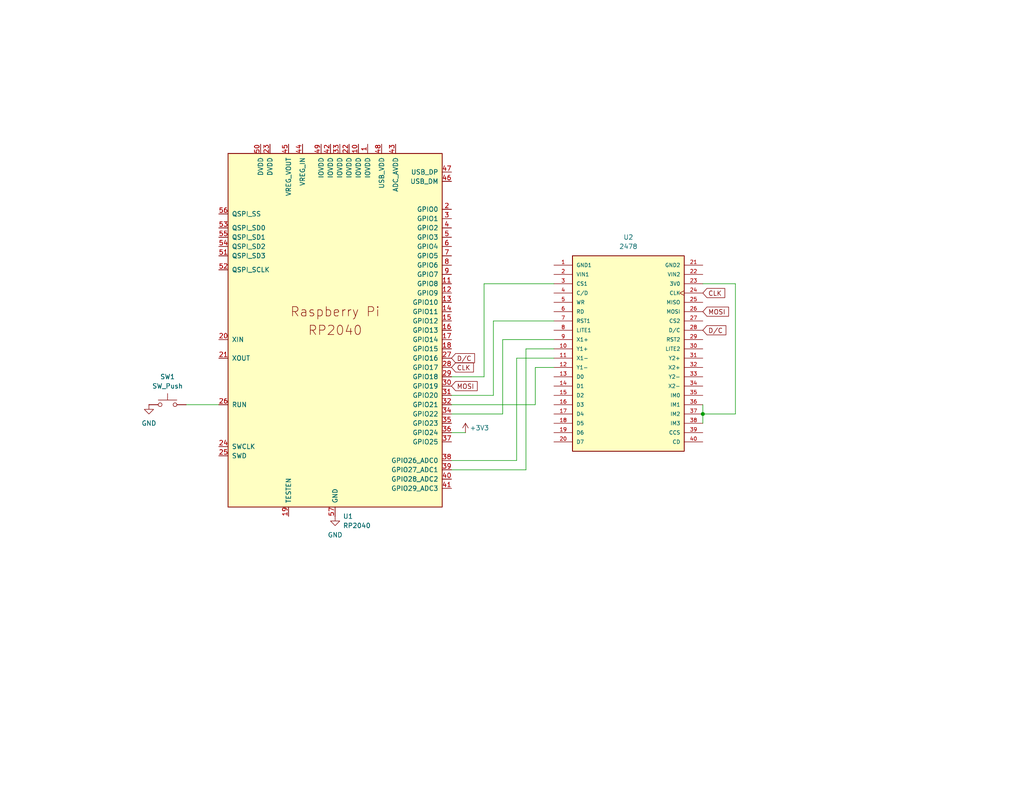
<source format=kicad_sch>
(kicad_sch (version 20250114) (generator "eeschema") (generator_version "9.0")
  (paper "A")
  (title_block (title "Lab 4 Schematic - Pico and LCD Touchscreen") (company "Lafayette College") (comment 1 "By Robin Stopford and Sean McLoughlin"))
  (lib_symbols
    (symbol "2478:2478" (pin_names (offset 1.016))
      (property "Reference" "U" (at -15.2631 28.6183 0))
      (property "Value" "2478" (at -15.262 -27.9803 0))
      (symbol "2478_0_0"
        (rectangle (start -15.24 -25.4) (end 15.24 27.94) (stroke (width 0.254)) (fill (type background)))
        (pin power_in line (at -20.32 25.4 0) (length 5.08) (name "GND1") (number "1"))
        (pin power_in line (at -20.32 22.86 0) (length 5.08) (name "VIN1") (number "2"))
        (pin input line (at -20.32 20.32 0) (length 5.08) (name "CS1") (number "3"))
        (pin input line (at -20.32 17.78 0) (length 5.08) (name "C/D") (number "4"))
        (pin input line (at -20.32 15.24 0) (length 5.08) (name "WR") (number "5"))
        (pin input line (at -20.32 12.7 0) (length 5.08) (name "RD") (number "6"))
        (pin input line (at -20.32 10.16 0) (length 5.08) (name "RST1") (number "7"))
        (pin input line (at -20.32 7.62 0) (length 5.08) (name "LITE1") (number "8"))
        (pin output line (at -20.32 5.08 0) (length 5.08) (name "X1+") (number "9"))
        (pin output line (at -20.32 2.54 0) (length 5.08) (name "Y1+") (number "10"))
        (pin output line (at -20.32 0 0) (length 5.08) (name "X1-") (number "11"))
        (pin output line (at -20.32 -2.54 0) (length 5.08) (name "Y1-") (number "12"))
        (pin bidirectional line (at -20.32 -5.08 0) (length 5.08) (name "D0") (number "13"))
        (pin bidirectional line (at -20.32 -7.62 0) (length 5.08) (name "D1") (number "14"))
        (pin bidirectional line (at -20.32 -10.16 0) (length 5.08) (name "D2") (number "15"))
        (pin bidirectional line (at -20.32 -12.7 0) (length 5.08) (name "D3") (number "16"))
        (pin bidirectional line (at -20.32 -15.24 0) (length 5.08) (name "D4") (number "17"))
        (pin bidirectional line (at -20.32 -17.78 0) (length 5.08) (name "D5") (number "18"))
        (pin bidirectional line (at -20.32 -20.32 0) (length 5.08) (name "D6") (number "19"))
        (pin bidirectional line (at -20.32 -22.86 0) (length 5.08) (name "D7") (number "20"))
        (pin power_in line (at 20.32 25.4 180) (length 5.08) (name "GND2") (number "21"))
        (pin power_in line (at 20.32 22.86 180) (length 5.08) (name "VIN2") (number "22"))
        (pin output line (at 20.32 20.32 180) (length 5.08) (name "3V0") (number "23"))
        (pin input clock (at 20.32 17.78 180) (length 5.08) (name "CLK") (number "24"))
        (pin output line (at 20.32 15.24 180) (length 5.08) (name "MISO") (number "25"))
        (pin input line (at 20.32 12.7 180) (length 5.08) (name "MOSI") (number "26"))
        (pin input line (at 20.32 10.16 180) (length 5.08) (name "CS2") (number "27"))
        (pin input line (at 20.32 7.62 180) (length 5.08) (name "D/C") (number "28"))
        (pin input line (at 20.32 5.08 180) (length 5.08) (name "RST2") (number "29"))
        (pin input line (at 20.32 2.54 180) (length 5.08) (name "LITE2") (number "30"))
        (pin output line (at 20.32 0 180) (length 5.08) (name "Y2+") (number "31"))
        (pin output line (at 20.32 -2.54 180) (length 5.08) (name "X2+") (number "32"))
        (pin output line (at 20.32 -5.08 180) (length 5.08) (name "Y2-") (number "33"))
        (pin output line (at 20.32 -7.62 180) (length 5.08) (name "X2-") (number "34"))
        (pin input line (at 20.32 -10.16 180) (length 5.08) (name "IM0") (number "35"))
        (pin input line (at 20.32 -12.7 180) (length 5.08) (name "IM1") (number "36"))
        (pin input line (at 20.32 -15.24 180) (length 5.08) (name "IM2") (number "37"))
        (pin input line (at 20.32 -17.78 180) (length 5.08) (name "IM3") (number "38"))
        (pin input line (at 20.32 -20.32 180) (length 5.08) (name "CCS") (number "39"))
        (pin output line (at 20.32 -22.86 180) (length 5.08) (name "CD") (number "40"))
      )
    )
    (symbol "MCU_RaspberryPi_and_Boards:RP2040" (pin_names (offset 1.016))
      (property "Reference" "U" (at -29.21 49.53 0))
      (property "Value" "RP2040" (at 24.13 -49.53 0))
      (symbol "RP2040_0_0"
        (text "Raspberry Pi" (at 0 5.08 0) (effects (font (size 2.54 2.54))))
        (text "RP2040" (at 0 0 0) (effects (font (size 2.54 2.54))))
      )
      (symbol "RP2040_0_1"
        (rectangle (start 29.21 48.26) (end -29.21 -48.26) (stroke (width 0.254)) (fill (type background)))
      )
      (symbol "RP2040_1_1"
        (pin bidirectional line (at -31.75 31.75 0) (length 2.54) (name "QSPI_SS") (number "56"))
        (pin bidirectional line (at -31.75 27.94 0) (length 2.54) (name "QSPI_SD0") (number "53"))
        (pin bidirectional line (at -31.75 25.4 0) (length 2.54) (name "QSPI_SD1") (number "55"))
        (pin bidirectional line (at -31.75 22.86 0) (length 2.54) (name "QSPI_SD2") (number "54"))
        (pin bidirectional line (at -31.75 20.32 0) (length 2.54) (name "QSPI_SD3") (number "51"))
        (pin output line (at -31.75 16.51 0) (length 2.54) (name "QSPI_SCLK") (number "52"))
        (pin input line (at -31.75 -2.54 0) (length 2.54) (name "XIN") (number "20"))
        (pin passive line (at -31.75 -7.62 0) (length 2.54) (name "XOUT") (number "21"))
        (pin input line (at -31.75 -20.32 0) (length 2.54) (name "RUN") (number "26"))
        (pin output line (at -31.75 -31.75 0) (length 2.54) (name "SWCLK") (number "24"))
        (pin bidirectional line (at -31.75 -34.29 0) (length 2.54) (name "SWD") (number "25"))
        (pin power_in line (at -20.32 50.8 270) (length 2.54) (name "DVDD") (number "50"))
        (pin power_in line (at -17.78 50.8 270) (length 2.54) (name "DVDD") (number "23"))
        (pin power_out line (at -12.7 50.8 270) (length 2.54) (name "VREG_VOUT") (number "45"))
        (pin passive line (at -12.7 -50.8 90) (length 2.54) (name "TESTEN") (number "19"))
        (pin power_in line (at -8.89 50.8 270) (length 2.54) (name "VREG_IN") (number "44"))
        (pin power_in line (at -3.81 50.8 270) (length 2.54) (name "IOVDD") (number "49"))
        (pin power_in line (at -1.27 50.8 270) (length 2.54) (name "IOVDD") (number "42"))
        (pin power_in line (at 0 -50.8 90) (length 2.54) (name "GND") (number "57"))
        (pin power_in line (at 1.27 50.8 270) (length 2.54) (name "IOVDD") (number "33"))
        (pin power_in line (at 3.81 50.8 270) (length 2.54) (name "IOVDD") (number "22"))
        (pin power_in line (at 6.35 50.8 270) (length 2.54) (name "IOVDD") (number "10"))
        (pin power_in line (at 8.89 50.8 270) (length 2.54) (name "IOVDD") (number "1"))
        (pin power_in line (at 12.7 50.8 270) (length 2.54) (name "USB_VDD") (number "48"))
        (pin power_in line (at 16.51 50.8 270) (length 2.54) (name "ADC_AVDD") (number "43"))
        (pin bidirectional line (at 31.75 43.18 180) (length 2.54) (name "USB_DP") (number "47"))
        (pin bidirectional line (at 31.75 40.64 180) (length 2.54) (name "USB_DM") (number "46"))
        (pin bidirectional line (at 31.75 33.02 180) (length 2.54) (name "GPIO0") (number "2"))
        (pin bidirectional line (at 31.75 30.48 180) (length 2.54) (name "GPIO1") (number "3"))
        (pin bidirectional line (at 31.75 27.94 180) (length 2.54) (name "GPIO2") (number "4"))
        (pin bidirectional line (at 31.75 25.4 180) (length 2.54) (name "GPIO3") (number "5"))
        (pin bidirectional line (at 31.75 22.86 180) (length 2.54) (name "GPIO4") (number "6"))
        (pin bidirectional line (at 31.75 20.32 180) (length 2.54) (name "GPIO5") (number "7"))
        (pin bidirectional line (at 31.75 17.78 180) (length 2.54) (name "GPIO6") (number "8"))
        (pin bidirectional line (at 31.75 15.24 180) (length 2.54) (name "GPIO7") (number "9"))
        (pin bidirectional line (at 31.75 12.7 180) (length 2.54) (name "GPIO8") (number "11"))
        (pin bidirectional line (at 31.75 10.16 180) (length 2.54) (name "GPIO9") (number "12"))
        (pin bidirectional line (at 31.75 7.62 180) (length 2.54) (name "GPIO10") (number "13"))
        (pin bidirectional line (at 31.75 5.08 180) (length 2.54) (name "GPIO11") (number "14"))
        (pin bidirectional line (at 31.75 2.54 180) (length 2.54) (name "GPIO12") (number "15"))
        (pin bidirectional line (at 31.75 0 180) (length 2.54) (name "GPIO13") (number "16"))
        (pin bidirectional line (at 31.75 -2.54 180) (length 2.54) (name "GPIO14") (number "17"))
        (pin bidirectional line (at 31.75 -5.08 180) (length 2.54) (name "GPIO15") (number "18"))
        (pin bidirectional line (at 31.75 -7.62 180) (length 2.54) (name "GPIO16") (number "27"))
        (pin bidirectional line (at 31.75 -10.16 180) (length 2.54) (name "GPIO17") (number "28"))
        (pin bidirectional line (at 31.75 -12.7 180) (length 2.54) (name "GPIO18") (number "29"))
        (pin bidirectional line (at 31.75 -15.24 180) (length 2.54) (name "GPIO19") (number "30"))
        (pin bidirectional line (at 31.75 -17.78 180) (length 2.54) (name "GPIO20") (number "31"))
        (pin bidirectional line (at 31.75 -20.32 180) (length 2.54) (name "GPIO21") (number "32"))
        (pin bidirectional line (at 31.75 -22.86 180) (length 2.54) (name "GPIO22") (number "34"))
        (pin bidirectional line (at 31.75 -25.4 180) (length 2.54) (name "GPIO23") (number "35"))
        (pin bidirectional line (at 31.75 -27.94 180) (length 2.54) (name "GPIO24") (number "36"))
        (pin bidirectional line (at 31.75 -30.48 180) (length 2.54) (name "GPIO25") (number "37"))
        (pin bidirectional line (at 31.75 -35.56 180) (length 2.54) (name "GPIO26_ADC0") (number "38"))
        (pin bidirectional line (at 31.75 -38.1 180) (length 2.54) (name "GPIO27_ADC1") (number "39"))
        (pin bidirectional line (at 31.75 -40.64 180) (length 2.54) (name "GPIO28_ADC2") (number "40"))
        (pin bidirectional line (at 31.75 -43.18 180) (length 2.54) (name "GPIO29_ADC3") (number "41"))
      )
    )
    (symbol "Switch:SW_Push" (pin_numbers (hide yes)) (pin_names (offset 1.016) (hide yes))
      (property "Reference" "SW" (at 1.27 2.54 0))
      (property "Value" "SW_Push" (at 0 -1.524 0))
      (symbol "SW_Push_0_1"
        (circle (center -2.032 0) (radius 0.508))
        (polyline (pts (xy 0 1.27) (xy 0 3.048)))
        (circle (center 2.032 0) (radius 0.508))
        (polyline (pts (xy 2.54 1.27) (xy -2.54 1.27)))
        (pin passive line (at -5.08 0 0) (length 2.54) (name "1") (number "1"))
        (pin passive line (at 5.08 0 180) (length 2.54) (name "2") (number "2"))
      )
    )
    (symbol "power:+3V3" (power) (pin_numbers (hide yes)) (pin_names (offset 0) (hide yes))
      (property "Value" "+3V3" (at 0 3.556 0))
      (symbol "+3V3_0_1"
        (polyline (pts (xy -0.762 1.27) (xy 0 2.54)))
        (polyline (pts (xy 0 2.54) (xy 0.762 1.27)))
        (polyline (pts (xy 0 0) (xy 0 2.54)))
      )
      (symbol "+3V3_1_1"
        (pin power_in line (at 0 0 90) (length 0) (name "~") (number "1"))
      )
    )
    (symbol "power:GND" (power) (pin_numbers (hide yes)) (pin_names (offset 0) (hide yes))
      (property "Value" "GND" (at 0 -3.81 0))
      (symbol "GND_0_1"
        (polyline (pts (xy 0 0) (xy 0 -1.27) (xy 1.27 -1.27) (xy 0 -2.54) (xy -1.27 -1.27) (xy 0 -1.27)))
      )
      (symbol "GND_1_1"
        (pin power_in line (at 0 0 270) (length 0) (name "~") (number "1"))
      )
    )
  )
  (junction (at 191.77 113.03))
  (wire (pts (xy 191.77 110.49) (xy 191.77 113.03)))
  (wire (pts (xy 50.8 110.49) (xy 59.69 110.49)))
  (wire (pts (xy 191.77 113.03) (xy 200.66 113.03)))
  (wire (pts (xy 137.16 92.71) (xy 137.16 113.03)))
  (wire (pts (xy 143.51 128.27) (xy 123.19 128.27)))
  (wire (pts (xy 151.13 95.25) (xy 143.51 95.25)))
  (wire (pts (xy 134.62 87.63) (xy 134.62 107.95)))
  (wire (pts (xy 151.13 100.33) (xy 146.05 100.33)))
  (wire (pts (xy 134.62 107.95) (xy 123.19 107.95)))
  (wire (pts (xy 143.51 95.25) (xy 143.51 128.27)))
  (wire (pts (xy 200.66 77.47) (xy 191.77 77.47)))
  (wire (pts (xy 151.13 97.79) (xy 140.97 97.79)))
  (wire (pts (xy 140.97 125.73) (xy 123.19 125.73)))
  (wire (pts (xy 123.19 118.11) (xy 127 118.11)))
  (wire (pts (xy 146.05 110.49) (xy 123.19 110.49)))
  (wire (pts (xy 146.05 100.33) (xy 146.05 110.49)))
  (wire (pts (xy 151.13 92.71) (xy 137.16 92.71)))
  (wire (pts (xy 132.08 77.47) (xy 132.08 102.87)))
  (wire (pts (xy 132.08 102.87) (xy 123.19 102.87)))
  (wire (pts (xy 137.16 113.03) (xy 123.19 113.03)))
  (wire (pts (xy 191.77 113.03) (xy 191.77 115.57)))
  (wire (pts (xy 140.97 97.79) (xy 140.97 125.73)))
  (wire (pts (xy 151.13 87.63) (xy 134.62 87.63)))
  (wire (pts (xy 132.08 77.47) (xy 151.13 77.47)))
  (wire (pts (xy 200.66 113.03) (xy 200.66 77.47)))
  (global_label "D{slash}C" (shape input) (at 191.77 90.17 0) (property "Intersheetrefs" "${INTERSHEET_REFS}" (effects (hide yes))))
  (global_label "MOSI" (shape input) (at 191.77 85.09 0) (property "Intersheetrefs" "${INTERSHEET_REFS}" (effects (hide yes))))
  (global_label "CLK" (shape input) (at 123.19 100.33 0) (property "Intersheetrefs" "${INTERSHEET_REFS}" (effects (hide yes))))
  (global_label "D{slash}C" (shape input) (at 123.19 97.79 0) (property "Intersheetrefs" "${INTERSHEET_REFS}" (effects (hide yes))))
  (global_label "MOSI" (shape input) (at 123.19 105.41 0) (property "Intersheetrefs" "${INTERSHEET_REFS}" (effects (hide yes))))
  (global_label "CLK" (shape input) (at 191.77 80.01 0) (property "Intersheetrefs" "${INTERSHEET_REFS}" (effects (hide yes))))
  (symbol (lib_id "Switch:SW_Push") (at 45.72 110.49 0) (unit 1)
    (property "Reference" "SW1" (at 45.72 102.87 0))
    (property "Value" "SW_Push" (at 45.72 105.41 0))
    (property "Description" "Push button switch, generic, two pins" (effects (hide yes)))
  )
  (symbol (lib_id "power:GND") (at 40.64 110.49 0) (unit 1)
    (property "Reference" "#PWR03" (effects (hide yes)))
    (property "Value" "GND" (at 40.64 115.57 0))
    (property "Description" "Power symbol creates a global label with name \"GND\" , ground" (effects (hide yes)))
  )
  (symbol (lib_id "power:+3V3") (at 127 118.11 0) (unit 1)
    (property "Reference" "#PWR02" (effects (hide yes)))
    (property "Value" "+3V3" (at 130.81 116.84 0))
    (property "Description" "Power symbol creates a global label with name \"+3V3\"" (effects (hide yes)))
  )
  (symbol (lib_id "MCU_RaspberryPi_and_Boards:RP2040") (at 91.44 90.17 0) (unit 1)
    (property "Reference" "U1" (at 93.5833 140.97 0) (effects (justify left)))
    (property "Value" "RP2040" (at 93.5833 143.51 0) (effects (justify left)))
    (property "Footprint" "RP2040_minimal:RP2040-QFN-56" (effects (hide yes)))
  )
  (symbol (lib_id "2478:2478") (at 171.45 97.79 0) (unit 1)
    (property "Reference" "U2" (at 171.45 64.77 0))
    (property "Value" "2478" (at 171.45 67.31 0))
    (property "Footprint" "ADAFRUIT_2478" (effects (hide yes)))
    (property "MANUFACTURER" "Adafruit Industries LLC" (effects (hide yes)))
  )
  (symbol (lib_id "power:GND") (at 91.44 140.97 0) (unit 1)
    (property "Reference" "#PWR01" (effects (hide yes)))
    (property "Value" "GND" (at 91.44 146.05 0))
    (property "Description" "Power symbol creates a global label with name \"GND\" , ground" (effects (hide yes)))
  )
)
</source>
